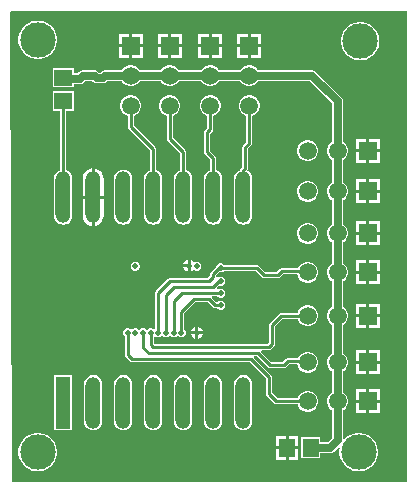
<source format=gtl>
G04*
G04 #@! TF.GenerationSoftware,Altium Limited,Altium Designer,23.0.1 (38)*
G04*
G04 Layer_Physical_Order=1*
G04 Layer_Color=255*
%FSLAX25Y25*%
%MOIN*%
G70*
G04*
G04 #@! TF.SameCoordinates,7FA53B3A-F1D1-4194-8ECC-15494960791F*
G04*
G04*
G04 #@! TF.FilePolarity,Positive*
G04*
G01*
G75*
%ADD10C,0.01000*%
%ADD15R,0.05512X0.05906*%
%ADD16R,0.05000X0.17323*%
%ADD17O,0.05000X0.17323*%
%ADD18R,0.05906X0.05512*%
%ADD28C,0.02500*%
%ADD29R,0.05906X0.05906*%
%ADD30C,0.05906*%
%ADD31R,0.05906X0.05906*%
%ADD32C,0.02000*%
%ADD33C,0.11811*%
G36*
X331000Y254000D02*
X199270D01*
X198744Y410646D01*
X199097Y411000D01*
X331000Y411000D01*
Y254000D01*
D02*
G37*
%LPC*%
G36*
X282453Y403453D02*
X279000D01*
Y400000D01*
X282453D01*
Y403453D01*
D02*
G37*
G36*
X269453D02*
X266000D01*
Y400000D01*
X269453D01*
Y403453D01*
D02*
G37*
G36*
X255953D02*
X252500D01*
Y400000D01*
X255953D01*
Y403453D01*
D02*
G37*
G36*
X242953D02*
X239500D01*
Y400000D01*
X242953D01*
Y403453D01*
D02*
G37*
G36*
X278000D02*
X274547D01*
Y400000D01*
X278000D01*
Y403453D01*
D02*
G37*
G36*
X265000D02*
X261547D01*
Y400000D01*
X265000D01*
Y403453D01*
D02*
G37*
G36*
X251500D02*
X248047D01*
Y400000D01*
X251500D01*
Y403453D01*
D02*
G37*
G36*
X238500D02*
X235047D01*
Y400000D01*
X238500D01*
Y403453D01*
D02*
G37*
G36*
X282453Y399000D02*
X279000D01*
Y395547D01*
X282453D01*
Y399000D01*
D02*
G37*
G36*
X278000D02*
X274547D01*
Y395547D01*
X278000D01*
Y399000D01*
D02*
G37*
G36*
X269453D02*
X266000D01*
Y395547D01*
X269453D01*
Y399000D01*
D02*
G37*
G36*
X265000D02*
X261547D01*
Y395547D01*
X265000D01*
Y399000D01*
D02*
G37*
G36*
X255953D02*
X252500D01*
Y395547D01*
X255953D01*
Y399000D01*
D02*
G37*
G36*
X251500D02*
X248047D01*
Y395547D01*
X251500D01*
Y399000D01*
D02*
G37*
G36*
X242953D02*
X239500D01*
Y395547D01*
X242953D01*
Y399000D01*
D02*
G37*
G36*
X238500D02*
X235047D01*
Y395547D01*
X238500D01*
Y399000D01*
D02*
G37*
G36*
X208631Y407905D02*
X207369D01*
X206132Y407659D01*
X204966Y407176D01*
X203917Y406475D01*
X203025Y405583D01*
X202324Y404534D01*
X201841Y403368D01*
X201594Y402131D01*
Y400869D01*
X201841Y399632D01*
X202324Y398466D01*
X203025Y397417D01*
X203917Y396525D01*
X204966Y395824D01*
X206132Y395341D01*
X207369Y395094D01*
X208631D01*
X209868Y395341D01*
X211034Y395824D01*
X212083Y396525D01*
X212976Y397417D01*
X213677Y398466D01*
X214159Y399632D01*
X214405Y400869D01*
Y402131D01*
X214159Y403368D01*
X213677Y404534D01*
X212976Y405583D01*
X212083Y406475D01*
X211034Y407176D01*
X209868Y407659D01*
X208631Y407905D01*
D02*
G37*
G36*
X316131Y407406D02*
X314869D01*
X313632Y407159D01*
X312466Y406676D01*
X311417Y405975D01*
X310525Y405083D01*
X309823Y404034D01*
X309341Y402868D01*
X309095Y401631D01*
Y400369D01*
X309341Y399132D01*
X309823Y397966D01*
X310525Y396917D01*
X311417Y396024D01*
X312466Y395323D01*
X313632Y394841D01*
X314869Y394595D01*
X316131D01*
X317368Y394841D01*
X318534Y395323D01*
X319583Y396024D01*
X320476Y396917D01*
X321177Y397966D01*
X321659Y399132D01*
X321905Y400369D01*
Y401631D01*
X321659Y402868D01*
X321177Y404034D01*
X320476Y405083D01*
X319583Y405975D01*
X318534Y406676D01*
X317368Y407159D01*
X316131Y407406D01*
D02*
G37*
G36*
X278955Y392953D02*
X278045D01*
X277167Y392718D01*
X276380Y392263D01*
X275737Y391620D01*
X275543Y391284D01*
X268457D01*
X268263Y391620D01*
X267620Y392263D01*
X266833Y392718D01*
X265955Y392953D01*
X265045D01*
X264167Y392718D01*
X263380Y392263D01*
X262737Y391620D01*
X262543Y391284D01*
X254957D01*
X254763Y391620D01*
X254120Y392263D01*
X253333Y392718D01*
X252455Y392953D01*
X251545D01*
X250667Y392718D01*
X249880Y392263D01*
X249237Y391620D01*
X249043Y391284D01*
X241957D01*
X241763Y391620D01*
X241120Y392263D01*
X240333Y392718D01*
X239455Y392953D01*
X238545D01*
X237667Y392718D01*
X236880Y392263D01*
X236237Y391620D01*
X236043Y391284D01*
X230500D01*
X229817Y391148D01*
X229238Y390762D01*
X229238Y390762D01*
X229047Y390570D01*
X228453D01*
X228262Y390762D01*
X227683Y391148D01*
X227000Y391284D01*
X223000D01*
X222317Y391148D01*
X221738Y390762D01*
X221738Y390762D01*
X221261Y390284D01*
X219953D01*
Y392130D01*
X213047D01*
Y385618D01*
X219953D01*
Y386716D01*
X222000D01*
X222683Y386852D01*
X223262Y387238D01*
X223739Y387716D01*
X226261D01*
X226453Y387524D01*
X226453Y387524D01*
X227032Y387137D01*
X227714Y387001D01*
X229785D01*
X230468Y387137D01*
X231047Y387524D01*
X231239Y387716D01*
X236043D01*
X236237Y387380D01*
X236880Y386737D01*
X237667Y386282D01*
X238545Y386047D01*
X239455D01*
X240333Y386282D01*
X241120Y386737D01*
X241763Y387380D01*
X241957Y387716D01*
X249043D01*
X249237Y387380D01*
X249880Y386737D01*
X250667Y386282D01*
X251545Y386047D01*
X252455D01*
X253333Y386282D01*
X254120Y386737D01*
X254763Y387380D01*
X254957Y387716D01*
X262543D01*
X262737Y387380D01*
X263380Y386737D01*
X264167Y386282D01*
X265045Y386047D01*
X265955D01*
X266833Y386282D01*
X267620Y386737D01*
X268263Y387380D01*
X268457Y387716D01*
X275543D01*
X275737Y387380D01*
X276380Y386737D01*
X277167Y386282D01*
X278045Y386047D01*
X278955D01*
X279833Y386282D01*
X280620Y386737D01*
X281263Y387380D01*
X281457Y387716D01*
X298761D01*
X306216Y380261D01*
Y367457D01*
X305880Y367263D01*
X305237Y366620D01*
X304783Y365833D01*
X304547Y364955D01*
Y364045D01*
X304783Y363167D01*
X305237Y362380D01*
X305880Y361737D01*
X306216Y361543D01*
Y353957D01*
X305880Y353763D01*
X305237Y353120D01*
X304783Y352333D01*
X304547Y351455D01*
Y350545D01*
X304783Y349667D01*
X305237Y348880D01*
X305880Y348237D01*
X306216Y348043D01*
Y339957D01*
X305880Y339763D01*
X305237Y339120D01*
X304783Y338333D01*
X304547Y337455D01*
Y336545D01*
X304783Y335667D01*
X305237Y334880D01*
X305880Y334237D01*
X306216Y334043D01*
Y326957D01*
X305880Y326763D01*
X305237Y326120D01*
X304783Y325333D01*
X304547Y324455D01*
Y323545D01*
X304783Y322667D01*
X305237Y321880D01*
X305880Y321237D01*
X306216Y321043D01*
Y312457D01*
X305880Y312263D01*
X305237Y311620D01*
X304783Y310833D01*
X304547Y309955D01*
Y309045D01*
X304783Y308167D01*
X305237Y307380D01*
X305880Y306737D01*
X306216Y306543D01*
Y296957D01*
X305880Y296763D01*
X305237Y296120D01*
X304783Y295333D01*
X304547Y294455D01*
Y293545D01*
X304783Y292667D01*
X305237Y291880D01*
X305880Y291237D01*
X306216Y291043D01*
Y283957D01*
X305880Y283763D01*
X305237Y283120D01*
X304783Y282333D01*
X304547Y281455D01*
Y280545D01*
X304783Y279667D01*
X305237Y278880D01*
X305880Y278237D01*
X306216Y278043D01*
Y268739D01*
X304761Y267284D01*
X302256D01*
Y268953D01*
X295744D01*
Y262047D01*
X302256D01*
Y263716D01*
X305500D01*
X306183Y263851D01*
X306762Y264238D01*
X308316Y265792D01*
X308776Y265546D01*
X308594Y264631D01*
Y263369D01*
X308841Y262132D01*
X309324Y260966D01*
X310024Y259917D01*
X310917Y259025D01*
X311966Y258324D01*
X313132Y257841D01*
X314369Y257594D01*
X315631D01*
X316868Y257841D01*
X318034Y258324D01*
X319083Y259025D01*
X319975Y259917D01*
X320676Y260966D01*
X321159Y262132D01*
X321406Y263369D01*
Y264631D01*
X321159Y265868D01*
X320676Y267034D01*
X319975Y268083D01*
X319083Y268975D01*
X318034Y269676D01*
X316868Y270159D01*
X315631Y270406D01*
X314369D01*
X313132Y270159D01*
X311966Y269676D01*
X310917Y268975D01*
X310284Y268343D01*
X309784Y268550D01*
Y278043D01*
X310120Y278237D01*
X310763Y278880D01*
X311217Y279667D01*
X311453Y280545D01*
Y281455D01*
X311217Y282333D01*
X310763Y283120D01*
X310120Y283763D01*
X309784Y283957D01*
Y291043D01*
X310120Y291237D01*
X310763Y291880D01*
X311217Y292667D01*
X311453Y293545D01*
Y294455D01*
X311217Y295333D01*
X310763Y296120D01*
X310120Y296763D01*
X309784Y296957D01*
Y306543D01*
X310120Y306737D01*
X310763Y307380D01*
X311217Y308167D01*
X311453Y309045D01*
Y309955D01*
X311217Y310833D01*
X310763Y311620D01*
X310120Y312263D01*
X309784Y312457D01*
Y321043D01*
X310120Y321237D01*
X310763Y321880D01*
X311217Y322667D01*
X311453Y323545D01*
Y324455D01*
X311217Y325333D01*
X310763Y326120D01*
X310120Y326763D01*
X309784Y326957D01*
Y334043D01*
X310120Y334237D01*
X310763Y334880D01*
X311217Y335667D01*
X311453Y336545D01*
Y337455D01*
X311217Y338333D01*
X310763Y339120D01*
X310120Y339763D01*
X309784Y339957D01*
Y348043D01*
X310120Y348237D01*
X310763Y348880D01*
X311217Y349667D01*
X311453Y350545D01*
Y351455D01*
X311217Y352333D01*
X310763Y353120D01*
X310120Y353763D01*
X309784Y353957D01*
Y361543D01*
X310120Y361737D01*
X310763Y362380D01*
X311217Y363167D01*
X311453Y364045D01*
Y364955D01*
X311217Y365833D01*
X310763Y366620D01*
X310120Y367263D01*
X309784Y367457D01*
Y381000D01*
X309784Y381000D01*
X309648Y381683D01*
X309262Y382262D01*
X309262Y382262D01*
X300762Y390762D01*
X300183Y391148D01*
X299500Y391284D01*
X281457D01*
X281263Y391620D01*
X280620Y392263D01*
X279833Y392718D01*
X278955Y392953D01*
D02*
G37*
G36*
X321953Y368453D02*
X318500D01*
Y365000D01*
X321953D01*
Y368453D01*
D02*
G37*
G36*
X317500D02*
X314047D01*
Y365000D01*
X317500D01*
Y368453D01*
D02*
G37*
G36*
X298455Y367953D02*
X297545D01*
X296667Y367718D01*
X295880Y367263D01*
X295237Y366620D01*
X294782Y365833D01*
X294547Y364955D01*
Y364045D01*
X294782Y363167D01*
X295237Y362380D01*
X295880Y361737D01*
X296667Y361282D01*
X297545Y361047D01*
X298455D01*
X299333Y361282D01*
X300120Y361737D01*
X300763Y362380D01*
X301218Y363167D01*
X301453Y364045D01*
Y364955D01*
X301218Y365833D01*
X300763Y366620D01*
X300120Y367263D01*
X299333Y367718D01*
X298455Y367953D01*
D02*
G37*
G36*
X321953Y364000D02*
X318500D01*
Y360547D01*
X321953D01*
Y364000D01*
D02*
G37*
G36*
X317500D02*
X314047D01*
Y360547D01*
X317500D01*
Y364000D01*
D02*
G37*
G36*
X321953Y354953D02*
X318500D01*
Y351500D01*
X321953D01*
Y354953D01*
D02*
G37*
G36*
X317500D02*
X314047D01*
Y351500D01*
X317500D01*
Y354953D01*
D02*
G37*
G36*
X227000Y358626D02*
Y349500D01*
X230030D01*
Y355161D01*
X229910Y356075D01*
X229557Y356926D01*
X228996Y357658D01*
X228265Y358219D01*
X227414Y358571D01*
X227000Y358626D01*
D02*
G37*
G36*
X226000D02*
X225586Y358571D01*
X224735Y358219D01*
X224004Y357658D01*
X223443Y356926D01*
X223090Y356075D01*
X222970Y355161D01*
Y349500D01*
X226000D01*
Y358626D01*
D02*
G37*
G36*
X298455Y354453D02*
X297545D01*
X296667Y354218D01*
X295880Y353763D01*
X295237Y353120D01*
X294782Y352333D01*
X294547Y351455D01*
Y350545D01*
X294782Y349667D01*
X295237Y348880D01*
X295880Y348237D01*
X296667Y347782D01*
X297545Y347547D01*
X298455D01*
X299333Y347782D01*
X300120Y348237D01*
X300763Y348880D01*
X301218Y349667D01*
X301453Y350545D01*
Y351455D01*
X301218Y352333D01*
X300763Y353120D01*
X300120Y353763D01*
X299333Y354218D01*
X298455Y354453D01*
D02*
G37*
G36*
X321953Y350500D02*
X318500D01*
Y347047D01*
X321953D01*
Y350500D01*
D02*
G37*
G36*
X317500D02*
X314047D01*
Y347047D01*
X317500D01*
Y350500D01*
D02*
G37*
G36*
X278955Y382953D02*
X278045D01*
X277167Y382717D01*
X276380Y382263D01*
X275737Y381620D01*
X275283Y380833D01*
X275047Y379955D01*
Y379045D01*
X275283Y378167D01*
X275737Y377380D01*
X276380Y376737D01*
X277167Y376283D01*
X277480Y376199D01*
Y367422D01*
X276279Y366221D01*
X276058Y365890D01*
X275980Y365500D01*
Y358922D01*
X275779Y358721D01*
X275558Y358390D01*
X275480Y358000D01*
Y357986D01*
X274987Y357782D01*
X274360Y357301D01*
X273880Y356674D01*
X273577Y355945D01*
X273474Y355161D01*
Y342839D01*
X273577Y342055D01*
X273880Y341326D01*
X274360Y340699D01*
X274987Y340218D01*
X275717Y339916D01*
X276500Y339813D01*
X277283Y339916D01*
X278013Y340218D01*
X278640Y340699D01*
X279120Y341326D01*
X279423Y342055D01*
X279526Y342839D01*
Y355161D01*
X279423Y355945D01*
X279120Y356674D01*
X278640Y357301D01*
X278013Y357782D01*
X277922Y358081D01*
X277942Y358110D01*
X278020Y358500D01*
Y365078D01*
X279221Y366279D01*
X279442Y366610D01*
X279520Y367000D01*
Y376199D01*
X279833Y376283D01*
X280620Y376737D01*
X281263Y377380D01*
X281717Y378167D01*
X281953Y379045D01*
Y379955D01*
X281717Y380833D01*
X281263Y381620D01*
X280620Y382263D01*
X279833Y382717D01*
X278955Y382953D01*
D02*
G37*
G36*
X265955D02*
X265045D01*
X264167Y382717D01*
X263380Y382263D01*
X262737Y381620D01*
X262282Y380833D01*
X262047Y379955D01*
Y379045D01*
X262282Y378167D01*
X262737Y377380D01*
X263380Y376737D01*
X264167Y376283D01*
X264480Y376199D01*
Y372009D01*
X263779Y371307D01*
X263558Y370976D01*
X263480Y370586D01*
Y364000D01*
X263558Y363610D01*
X263779Y363279D01*
X265480Y361578D01*
Y357986D01*
X264987Y357782D01*
X264360Y357301D01*
X263879Y356674D01*
X263577Y355945D01*
X263474Y355161D01*
Y342839D01*
X263577Y342055D01*
X263879Y341326D01*
X264360Y340699D01*
X264987Y340218D01*
X265717Y339916D01*
X266500Y339813D01*
X267283Y339916D01*
X268013Y340218D01*
X268640Y340699D01*
X269121Y341326D01*
X269423Y342055D01*
X269526Y342839D01*
Y355161D01*
X269423Y355945D01*
X269121Y356674D01*
X268640Y357301D01*
X268013Y357782D01*
X267520Y357986D01*
Y362000D01*
X267442Y362390D01*
X267221Y362721D01*
X265520Y364422D01*
Y370164D01*
X266221Y370865D01*
X266442Y371196D01*
X266520Y371586D01*
Y376199D01*
X266833Y376283D01*
X267620Y376737D01*
X268263Y377380D01*
X268718Y378167D01*
X268953Y379045D01*
Y379955D01*
X268718Y380833D01*
X268263Y381620D01*
X267620Y382263D01*
X266833Y382717D01*
X265955Y382953D01*
D02*
G37*
G36*
X252455D02*
X251545D01*
X250667Y382717D01*
X249880Y382263D01*
X249237Y381620D01*
X248782Y380833D01*
X248547Y379955D01*
Y379045D01*
X248782Y378167D01*
X249237Y377380D01*
X249880Y376737D01*
X250667Y376283D01*
X250980Y376199D01*
Y368500D01*
X251058Y368110D01*
X251279Y367779D01*
X255480Y363578D01*
Y357986D01*
X254987Y357782D01*
X254360Y357301D01*
X253879Y356674D01*
X253577Y355945D01*
X253474Y355161D01*
Y342839D01*
X253577Y342055D01*
X253879Y341326D01*
X254360Y340699D01*
X254987Y340218D01*
X255717Y339916D01*
X256500Y339813D01*
X257283Y339916D01*
X258013Y340218D01*
X258640Y340699D01*
X259120Y341326D01*
X259423Y342055D01*
X259526Y342839D01*
Y355161D01*
X259423Y355945D01*
X259120Y356674D01*
X258640Y357301D01*
X258013Y357782D01*
X257520Y357986D01*
Y364000D01*
X257442Y364390D01*
X257221Y364721D01*
X253020Y368922D01*
Y376199D01*
X253333Y376283D01*
X254120Y376737D01*
X254763Y377380D01*
X255218Y378167D01*
X255453Y379045D01*
Y379955D01*
X255218Y380833D01*
X254763Y381620D01*
X254120Y382263D01*
X253333Y382717D01*
X252455Y382953D01*
D02*
G37*
G36*
X239455D02*
X238545D01*
X237667Y382717D01*
X236880Y382263D01*
X236237Y381620D01*
X235783Y380833D01*
X235547Y379955D01*
Y379045D01*
X235783Y378167D01*
X236237Y377380D01*
X236880Y376737D01*
X237667Y376283D01*
X237980Y376199D01*
Y372500D01*
X238058Y372110D01*
X238279Y371779D01*
X245480Y364578D01*
Y357986D01*
X244987Y357782D01*
X244360Y357301D01*
X243880Y356674D01*
X243577Y355945D01*
X243474Y355161D01*
Y342839D01*
X243577Y342055D01*
X243880Y341326D01*
X244360Y340699D01*
X244987Y340218D01*
X245717Y339916D01*
X246500Y339813D01*
X247283Y339916D01*
X248013Y340218D01*
X248640Y340699D01*
X249120Y341326D01*
X249423Y342055D01*
X249526Y342839D01*
Y355161D01*
X249423Y355945D01*
X249120Y356674D01*
X248640Y357301D01*
X248013Y357782D01*
X247520Y357986D01*
Y365000D01*
X247442Y365390D01*
X247221Y365721D01*
X240020Y372922D01*
Y376199D01*
X240333Y376283D01*
X241120Y376737D01*
X241763Y377380D01*
X242217Y378167D01*
X242453Y379045D01*
Y379955D01*
X242217Y380833D01*
X241763Y381620D01*
X241120Y382263D01*
X240333Y382717D01*
X239455Y382953D01*
D02*
G37*
G36*
X236500Y358187D02*
X235717Y358084D01*
X234987Y357782D01*
X234360Y357301D01*
X233879Y356674D01*
X233577Y355945D01*
X233474Y355161D01*
Y342839D01*
X233577Y342055D01*
X233879Y341326D01*
X234360Y340699D01*
X234987Y340218D01*
X235717Y339916D01*
X236500Y339813D01*
X237283Y339916D01*
X238013Y340218D01*
X238640Y340699D01*
X239121Y341326D01*
X239423Y342055D01*
X239526Y342839D01*
Y355161D01*
X239423Y355945D01*
X239121Y356674D01*
X238640Y357301D01*
X238013Y357782D01*
X237283Y358084D01*
X236500Y358187D01*
D02*
G37*
G36*
X219953Y384256D02*
X213047D01*
Y377744D01*
X215480D01*
Y357986D01*
X214987Y357782D01*
X214360Y357301D01*
X213879Y356674D01*
X213577Y355945D01*
X213474Y355161D01*
Y342839D01*
X213577Y342055D01*
X213879Y341326D01*
X214360Y340699D01*
X214987Y340218D01*
X215717Y339916D01*
X216500Y339813D01*
X217283Y339916D01*
X218013Y340218D01*
X218640Y340699D01*
X219121Y341326D01*
X219423Y342055D01*
X219526Y342839D01*
Y355161D01*
X219423Y355945D01*
X219121Y356674D01*
X218640Y357301D01*
X218013Y357782D01*
X217520Y357986D01*
Y377744D01*
X219953D01*
Y384256D01*
D02*
G37*
G36*
X230030Y348500D02*
X227000D01*
Y339374D01*
X227414Y339429D01*
X228265Y339781D01*
X228996Y340342D01*
X229557Y341073D01*
X229910Y341925D01*
X230030Y342839D01*
Y348500D01*
D02*
G37*
G36*
X226000D02*
X222970D01*
Y342839D01*
X223090Y341925D01*
X223443Y341073D01*
X224004Y340342D01*
X224735Y339781D01*
X225586Y339429D01*
X226000Y339374D01*
Y348500D01*
D02*
G37*
G36*
X321953Y340953D02*
X318500D01*
Y337500D01*
X321953D01*
Y340953D01*
D02*
G37*
G36*
X317500D02*
X314047D01*
Y337500D01*
X317500D01*
Y340953D01*
D02*
G37*
G36*
X298455Y340453D02*
X297545D01*
X296667Y340217D01*
X295880Y339763D01*
X295237Y339120D01*
X294782Y338333D01*
X294547Y337455D01*
Y336545D01*
X294782Y335667D01*
X295237Y334880D01*
X295880Y334237D01*
X296667Y333783D01*
X297545Y333547D01*
X298455D01*
X299333Y333783D01*
X300120Y334237D01*
X300763Y334880D01*
X301218Y335667D01*
X301453Y336545D01*
Y337455D01*
X301218Y338333D01*
X300763Y339120D01*
X300120Y339763D01*
X299333Y340217D01*
X298455Y340453D01*
D02*
G37*
G36*
X321953Y336500D02*
X318500D01*
Y333047D01*
X321953D01*
Y336500D01*
D02*
G37*
G36*
X317500D02*
X314047D01*
Y333047D01*
X317500D01*
Y336500D01*
D02*
G37*
G36*
X257957Y328178D02*
X257324Y327916D01*
X256761Y327353D01*
X256499Y326720D01*
X257957D01*
Y328178D01*
D02*
G37*
G36*
X321953Y327953D02*
X318500D01*
Y324500D01*
X321953D01*
Y327953D01*
D02*
G37*
G36*
X258957Y328178D02*
Y326220D01*
Y324263D01*
X259590Y324525D01*
X259972Y324907D01*
X260150Y324728D01*
X260702Y324500D01*
X261298D01*
X261850Y324728D01*
X262272Y325150D01*
X262500Y325702D01*
Y326298D01*
X262272Y326850D01*
X261850Y327272D01*
X261298Y327500D01*
X260702D01*
X260181Y327284D01*
X260152Y327353D01*
X259590Y327916D01*
X258957Y328178D01*
D02*
G37*
G36*
X240798Y327500D02*
X240202D01*
X239650Y327272D01*
X239228Y326850D01*
X239000Y326298D01*
Y325702D01*
X239228Y325150D01*
X239650Y324728D01*
X240202Y324500D01*
X240798D01*
X241350Y324728D01*
X241772Y325150D01*
X242000Y325702D01*
Y326298D01*
X241772Y326850D01*
X241350Y327272D01*
X240798Y327500D01*
D02*
G37*
G36*
X317500Y327953D02*
X314047D01*
Y324500D01*
X317500D01*
Y327953D01*
D02*
G37*
G36*
X257957Y325721D02*
X256499D01*
X256761Y325088D01*
X257324Y324525D01*
X257957Y324263D01*
Y325721D01*
D02*
G37*
G36*
X298455Y327453D02*
X297545D01*
X296667Y327218D01*
X295880Y326763D01*
X295237Y326120D01*
X294890Y325520D01*
X289500D01*
X289110Y325442D01*
X288779Y325221D01*
X287578Y324020D01*
X283922D01*
X281721Y326221D01*
X281390Y326442D01*
X281000Y326520D01*
X270102D01*
X269850Y326772D01*
X269298Y327000D01*
X268702D01*
X268150Y326772D01*
X267728Y326350D01*
X267540Y325896D01*
X267279Y325721D01*
X265779Y324221D01*
X265558Y323890D01*
X265480Y323500D01*
Y322922D01*
X264578Y322020D01*
X252000D01*
X251610Y321942D01*
X251279Y321721D01*
X247499Y317941D01*
X247278Y317611D01*
X247201Y317220D01*
Y305068D01*
X246718Y304849D01*
X246614Y304948D01*
X246511Y305051D01*
X245960Y305279D01*
X245363D01*
X244812Y305051D01*
X244708Y304948D01*
X244382Y304637D01*
X244055Y304948D01*
X243952Y305051D01*
X243401Y305279D01*
X242804D01*
X242253Y305051D01*
X242149Y304948D01*
X241823Y304637D01*
X241496Y304948D01*
X241393Y305051D01*
X240842Y305279D01*
X240245D01*
X239694Y305051D01*
X239590Y304948D01*
X239264Y304637D01*
X238937Y304948D01*
X238834Y305051D01*
X238283Y305279D01*
X237686D01*
X237135Y305051D01*
X236713Y304629D01*
X236484Y304078D01*
Y303481D01*
X236713Y302930D01*
X236965Y302678D01*
Y296516D01*
X237042Y296126D01*
X237263Y295795D01*
X238779Y294279D01*
X239110Y294058D01*
X239500Y293980D01*
X278578D01*
X283980Y288578D01*
Y283500D01*
X284058Y283110D01*
X284279Y282779D01*
X286779Y280279D01*
X287110Y280058D01*
X287500Y279980D01*
X294699D01*
X294782Y279667D01*
X295237Y278880D01*
X295880Y278237D01*
X296667Y277783D01*
X297545Y277547D01*
X298455D01*
X299333Y277783D01*
X300120Y278237D01*
X300763Y278880D01*
X301218Y279667D01*
X301453Y280545D01*
Y281455D01*
X301218Y282333D01*
X300763Y283120D01*
X300120Y283763D01*
X299333Y284218D01*
X298455Y284453D01*
X297545D01*
X296667Y284218D01*
X295880Y283763D01*
X295237Y283120D01*
X294782Y282333D01*
X294699Y282020D01*
X287922D01*
X286020Y283922D01*
Y289000D01*
X285942Y289390D01*
X285721Y289721D01*
X279961Y295480D01*
X280169Y295980D01*
X281078D01*
X284779Y292279D01*
X285110Y292058D01*
X285500Y291980D01*
X290000D01*
X290390Y292058D01*
X290721Y292279D01*
X291922Y293480D01*
X294565D01*
X294782Y292667D01*
X295237Y291880D01*
X295880Y291237D01*
X296667Y290782D01*
X297545Y290547D01*
X298455D01*
X299333Y290782D01*
X300120Y291237D01*
X300763Y291880D01*
X301218Y292667D01*
X301453Y293545D01*
Y294455D01*
X301218Y295333D01*
X300763Y296120D01*
X300120Y296763D01*
X299333Y297217D01*
X298455Y297453D01*
X297545D01*
X296667Y297217D01*
X295880Y296763D01*
X295237Y296120D01*
X294890Y295520D01*
X291500D01*
X291110Y295442D01*
X290779Y295221D01*
X289578Y294020D01*
X285922D01*
X282462Y297480D01*
X282669Y297980D01*
X285000D01*
X285390Y298058D01*
X285721Y298279D01*
X286721Y299279D01*
X286942Y299610D01*
X287020Y300000D01*
Y306078D01*
X289422Y308480D01*
X294699D01*
X294782Y308167D01*
X295237Y307380D01*
X295880Y306737D01*
X296667Y306282D01*
X297545Y306047D01*
X298455D01*
X299333Y306282D01*
X300120Y306737D01*
X300763Y307380D01*
X301218Y308167D01*
X301453Y309045D01*
Y309955D01*
X301218Y310833D01*
X300763Y311620D01*
X300120Y312263D01*
X299333Y312718D01*
X298455Y312953D01*
X297545D01*
X296667Y312718D01*
X295880Y312263D01*
X295237Y311620D01*
X294782Y310833D01*
X294699Y310520D01*
X289000D01*
X288610Y310442D01*
X288279Y310221D01*
X285279Y307221D01*
X285058Y306890D01*
X284980Y306500D01*
Y300422D01*
X284578Y300020D01*
X246922D01*
X246681Y300261D01*
Y302491D01*
X247164Y302710D01*
X247268Y302611D01*
X247371Y302508D01*
X247922Y302279D01*
X248519D01*
X249070Y302508D01*
X249173Y302611D01*
X249500Y302922D01*
X249827Y302611D01*
X249930Y302508D01*
X250481Y302279D01*
X251078D01*
X251629Y302508D01*
X251732Y302611D01*
X252059Y302922D01*
X252386Y302611D01*
X252489Y302508D01*
X253040Y302279D01*
X253637D01*
X254188Y302508D01*
X254292Y302611D01*
X254618Y302922D01*
X254945Y302611D01*
X255048Y302508D01*
X255599Y302279D01*
X256196D01*
X256747Y302508D01*
X257169Y302930D01*
X257398Y303481D01*
Y304078D01*
X257169Y304629D01*
X256917Y304881D01*
Y310475D01*
X260422Y313980D01*
X264578D01*
X266279Y312279D01*
X266610Y312058D01*
X267000Y311980D01*
X267898D01*
X268150Y311728D01*
X268702Y311500D01*
X269298D01*
X269850Y311728D01*
X270272Y312150D01*
X270500Y312702D01*
Y313298D01*
X270272Y313850D01*
X269850Y314272D01*
X269298Y314500D01*
X268702D01*
X268150Y314272D01*
X267898Y314020D01*
X267422D01*
X265962Y315480D01*
X266169Y315980D01*
X267898D01*
X268150Y315728D01*
X268702Y315500D01*
X269298D01*
X269850Y315728D01*
X270272Y316150D01*
X270500Y316702D01*
Y317298D01*
X270272Y317850D01*
X269850Y318272D01*
X269298Y318500D01*
X268702D01*
X268150Y318272D01*
X268119Y318240D01*
X267924Y318275D01*
X267756Y318814D01*
X268518Y319576D01*
X268702Y319500D01*
X269298D01*
X269850Y319728D01*
X270272Y320150D01*
X270500Y320702D01*
Y321298D01*
X270272Y321850D01*
X269850Y322272D01*
X269298Y322500D01*
X268702D01*
X268150Y322272D01*
X267943Y322064D01*
X267482Y322310D01*
X267520Y322500D01*
Y323078D01*
X268422Y323980D01*
X268500D01*
X268668Y324014D01*
X268702Y324000D01*
X269298D01*
X269850Y324228D01*
X270102Y324480D01*
X280578D01*
X282779Y322279D01*
X283110Y322058D01*
X283500Y321980D01*
X288000D01*
X288390Y322058D01*
X288721Y322279D01*
X289922Y323480D01*
X294565D01*
X294782Y322667D01*
X295237Y321880D01*
X295880Y321237D01*
X296667Y320782D01*
X297545Y320547D01*
X298455D01*
X299333Y320782D01*
X300120Y321237D01*
X300763Y321880D01*
X301218Y322667D01*
X301453Y323545D01*
Y324455D01*
X301218Y325333D01*
X300763Y326120D01*
X300120Y326763D01*
X299333Y327218D01*
X298455Y327453D01*
D02*
G37*
G36*
X321953Y323500D02*
X318500D01*
Y320047D01*
X321953D01*
Y323500D01*
D02*
G37*
G36*
X317500D02*
X314047D01*
Y320047D01*
X317500D01*
Y323500D01*
D02*
G37*
G36*
X321953Y313453D02*
X318500D01*
Y310000D01*
X321953D01*
Y313453D01*
D02*
G37*
G36*
X317500D02*
X314047D01*
Y310000D01*
X317500D01*
Y313453D01*
D02*
G37*
G36*
X321953Y309000D02*
X318500D01*
Y305547D01*
X321953D01*
Y309000D01*
D02*
G37*
G36*
X317500D02*
X314047D01*
Y305547D01*
X317500D01*
Y309000D01*
D02*
G37*
G36*
X261516Y305737D02*
Y304279D01*
X262973D01*
X262711Y304912D01*
X262149Y305475D01*
X261516Y305737D01*
D02*
G37*
G36*
X260516D02*
X259883Y305475D01*
X259320Y304912D01*
X259058Y304279D01*
X260516D01*
Y305737D01*
D02*
G37*
G36*
X262973Y303279D02*
X261516D01*
Y301822D01*
X262149Y302084D01*
X262711Y302647D01*
X262973Y303279D01*
D02*
G37*
G36*
X260516D02*
X259058D01*
X259320Y302647D01*
X259883Y302084D01*
X260516Y301822D01*
Y303279D01*
D02*
G37*
G36*
X321953Y297953D02*
X318500D01*
Y294500D01*
X321953D01*
Y297953D01*
D02*
G37*
G36*
X317500D02*
X314047D01*
Y294500D01*
X317500D01*
Y297953D01*
D02*
G37*
G36*
X321953Y293500D02*
X318500D01*
Y290047D01*
X321953D01*
Y293500D01*
D02*
G37*
G36*
X317500D02*
X314047D01*
Y290047D01*
X317500D01*
Y293500D01*
D02*
G37*
G36*
X321953Y284953D02*
X318500D01*
Y281500D01*
X321953D01*
Y284953D01*
D02*
G37*
G36*
X317500D02*
X314047D01*
Y281500D01*
X317500D01*
Y284953D01*
D02*
G37*
G36*
X321953Y280500D02*
X318500D01*
Y277047D01*
X321953D01*
Y280500D01*
D02*
G37*
G36*
X317500D02*
X314047D01*
Y277047D01*
X317500D01*
Y280500D01*
D02*
G37*
G36*
X219500Y289661D02*
X213500D01*
Y271339D01*
X219500D01*
Y289661D01*
D02*
G37*
G36*
X276500Y289687D02*
X275717Y289584D01*
X274987Y289282D01*
X274360Y288801D01*
X273880Y288174D01*
X273577Y287445D01*
X273474Y286661D01*
Y274339D01*
X273577Y273555D01*
X273880Y272826D01*
X274360Y272199D01*
X274987Y271718D01*
X275717Y271416D01*
X276500Y271313D01*
X277283Y271416D01*
X278013Y271718D01*
X278640Y272199D01*
X279120Y272826D01*
X279423Y273555D01*
X279526Y274339D01*
Y286661D01*
X279423Y287445D01*
X279120Y288174D01*
X278640Y288801D01*
X278013Y289282D01*
X277283Y289584D01*
X276500Y289687D01*
D02*
G37*
G36*
X266500D02*
X265717Y289584D01*
X264987Y289282D01*
X264360Y288801D01*
X263879Y288174D01*
X263577Y287445D01*
X263474Y286661D01*
Y274339D01*
X263577Y273555D01*
X263879Y272826D01*
X264360Y272199D01*
X264987Y271718D01*
X265717Y271416D01*
X266500Y271313D01*
X267283Y271416D01*
X268013Y271718D01*
X268640Y272199D01*
X269121Y272826D01*
X269423Y273555D01*
X269526Y274339D01*
Y286661D01*
X269423Y287445D01*
X269121Y288174D01*
X268640Y288801D01*
X268013Y289282D01*
X267283Y289584D01*
X266500Y289687D01*
D02*
G37*
G36*
X256500D02*
X255717Y289584D01*
X254987Y289282D01*
X254360Y288801D01*
X253879Y288174D01*
X253577Y287445D01*
X253474Y286661D01*
Y274339D01*
X253577Y273555D01*
X253879Y272826D01*
X254360Y272199D01*
X254987Y271718D01*
X255717Y271416D01*
X256500Y271313D01*
X257283Y271416D01*
X258013Y271718D01*
X258640Y272199D01*
X259120Y272826D01*
X259423Y273555D01*
X259526Y274339D01*
Y286661D01*
X259423Y287445D01*
X259120Y288174D01*
X258640Y288801D01*
X258013Y289282D01*
X257283Y289584D01*
X256500Y289687D01*
D02*
G37*
G36*
X246500D02*
X245717Y289584D01*
X244987Y289282D01*
X244360Y288801D01*
X243880Y288174D01*
X243577Y287445D01*
X243474Y286661D01*
Y274339D01*
X243577Y273555D01*
X243880Y272826D01*
X244360Y272199D01*
X244987Y271718D01*
X245717Y271416D01*
X246500Y271313D01*
X247283Y271416D01*
X248013Y271718D01*
X248640Y272199D01*
X249120Y272826D01*
X249423Y273555D01*
X249526Y274339D01*
Y286661D01*
X249423Y287445D01*
X249120Y288174D01*
X248640Y288801D01*
X248013Y289282D01*
X247283Y289584D01*
X246500Y289687D01*
D02*
G37*
G36*
X236500D02*
X235717Y289584D01*
X234987Y289282D01*
X234360Y288801D01*
X233879Y288174D01*
X233577Y287445D01*
X233474Y286661D01*
Y274339D01*
X233577Y273555D01*
X233879Y272826D01*
X234360Y272199D01*
X234987Y271718D01*
X235717Y271416D01*
X236500Y271313D01*
X237283Y271416D01*
X238013Y271718D01*
X238640Y272199D01*
X239121Y272826D01*
X239423Y273555D01*
X239526Y274339D01*
Y286661D01*
X239423Y287445D01*
X239121Y288174D01*
X238640Y288801D01*
X238013Y289282D01*
X237283Y289584D01*
X236500Y289687D01*
D02*
G37*
G36*
X226500D02*
X225717Y289584D01*
X224987Y289282D01*
X224360Y288801D01*
X223880Y288174D01*
X223577Y287445D01*
X223474Y286661D01*
Y274339D01*
X223577Y273555D01*
X223880Y272826D01*
X224360Y272199D01*
X224987Y271718D01*
X225717Y271416D01*
X226500Y271313D01*
X227283Y271416D01*
X228013Y271718D01*
X228640Y272199D01*
X229120Y272826D01*
X229423Y273555D01*
X229526Y274339D01*
Y286661D01*
X229423Y287445D01*
X229120Y288174D01*
X228640Y288801D01*
X228013Y289282D01*
X227283Y289584D01*
X226500Y289687D01*
D02*
G37*
G36*
X294882Y269453D02*
X291626D01*
Y266000D01*
X294882D01*
Y269453D01*
D02*
G37*
G36*
X290626D02*
X287370D01*
Y266000D01*
X290626D01*
Y269453D01*
D02*
G37*
G36*
X294882Y265000D02*
X291626D01*
Y261547D01*
X294882D01*
Y265000D01*
D02*
G37*
G36*
X290626D02*
X287370D01*
Y261547D01*
X290626D01*
Y265000D01*
D02*
G37*
G36*
X208631Y270406D02*
X207369D01*
X206132Y270159D01*
X204966Y269676D01*
X203917Y268975D01*
X203025Y268083D01*
X202324Y267034D01*
X201841Y265868D01*
X201594Y264631D01*
Y263369D01*
X201841Y262132D01*
X202324Y260966D01*
X203025Y259917D01*
X203917Y259025D01*
X204966Y258324D01*
X206132Y257841D01*
X207369Y257594D01*
X208631D01*
X209868Y257841D01*
X211034Y258324D01*
X212083Y259025D01*
X212976Y259917D01*
X213677Y260966D01*
X214159Y262132D01*
X214405Y263369D01*
Y264631D01*
X214159Y265868D01*
X213677Y267034D01*
X212976Y268083D01*
X212083Y268975D01*
X211034Y269676D01*
X209868Y270159D01*
X208631Y270406D01*
D02*
G37*
%LPD*%
D10*
X285000Y283500D02*
X287500Y281000D01*
X298000D01*
X285000Y283500D02*
Y289000D01*
X297500Y294500D02*
X298000Y294000D01*
X291500Y294500D02*
X297500D01*
X290000Y293000D02*
X291500Y294500D01*
X285500Y293000D02*
X290000D01*
X286000Y306500D02*
X289000Y309500D01*
X298000D01*
X297500Y324500D02*
X298000Y324000D01*
X289500Y324500D02*
X297500D01*
X288000Y323000D02*
X289500Y324500D01*
X283500Y323000D02*
X288000D01*
X216000Y349000D02*
X216500Y349500D01*
Y381000D01*
X264500Y364000D02*
Y370586D01*
X265500Y371586D02*
Y379500D01*
X264500Y370586D02*
X265500Y371586D01*
X264500Y364000D02*
X266500Y362000D01*
Y349500D02*
Y362000D01*
X276500Y349000D02*
Y358000D01*
X277000Y358500D01*
Y365500D01*
X278500Y367000D01*
Y379500D01*
X256500Y349000D02*
Y364000D01*
X252000Y368500D02*
X256500Y364000D01*
X252000Y368500D02*
Y379500D01*
X246500Y349000D02*
Y365000D01*
Y348500D02*
Y349000D01*
X239000Y372500D02*
X246500Y365000D01*
X239000Y372500D02*
Y379500D01*
X269000Y325500D02*
X281000D01*
X283500Y323000D01*
X268000Y325000D02*
X268500D01*
X266500Y323500D02*
X268000Y325000D01*
X266500Y322500D02*
Y323500D01*
X265000Y321000D02*
X266500Y322500D01*
X268500Y321000D02*
X269000D01*
X266500Y319000D02*
X268500Y321000D01*
X253500Y319000D02*
X266500D01*
X256000Y317000D02*
X269000D01*
X267000Y313000D02*
X269000D01*
X265000Y315000D02*
X267000Y313000D01*
X248220Y303780D02*
Y317220D01*
X252000Y321000D02*
X265000D01*
X248220Y317220D02*
X252000Y321000D01*
X260000Y315000D02*
X265000D01*
X255898Y303780D02*
Y310898D01*
X260000Y315000D01*
X253339Y303780D02*
Y314339D01*
X256000Y317000D01*
X250780Y316280D02*
X253500Y319000D01*
X250780Y303780D02*
Y316280D01*
X286000Y300000D02*
Y306500D01*
X285000Y299000D02*
X286000Y300000D01*
X246500Y299000D02*
X285000D01*
X245661Y299839D02*
X246500Y299000D01*
X245661Y299839D02*
Y303780D01*
X245000Y297000D02*
X281500D01*
X285500Y293000D01*
X243102Y298898D02*
X245000Y297000D01*
X243102Y298898D02*
Y303780D01*
X279000Y295000D02*
X285000Y289000D01*
X239500Y295000D02*
X279000D01*
X237984Y296516D02*
Y303780D01*
Y296516D02*
X239500Y295000D01*
D15*
X299000Y265500D02*
D03*
X291126D02*
D03*
D16*
X216500Y280500D02*
D03*
D17*
X226500D02*
D03*
X236500D02*
D03*
X246500D02*
D03*
X256500D02*
D03*
X266500D02*
D03*
X276500D02*
D03*
Y349000D02*
D03*
X266500D02*
D03*
X256500D02*
D03*
X246500D02*
D03*
X236500D02*
D03*
X226500D02*
D03*
X216500D02*
D03*
D18*
Y381000D02*
D03*
Y388874D02*
D03*
D28*
X229785Y388786D02*
X230500Y389500D01*
X219500Y388500D02*
X222000D01*
X223000Y389500D01*
X227000D01*
X227714Y388786D01*
X229785D01*
X305500Y265500D02*
X308000Y268000D01*
X299000Y265500D02*
X305500D01*
X299000D02*
X299500Y266000D01*
X308000Y268000D02*
Y281000D01*
Y364500D02*
Y381000D01*
Y351000D02*
Y364500D01*
Y337000D02*
Y351000D01*
Y324000D02*
Y337000D01*
Y309500D02*
Y324000D01*
Y294000D02*
Y309500D01*
Y281000D02*
Y294000D01*
X299500Y389500D02*
X308000Y381000D01*
X278500Y389500D02*
X299500D01*
X265500D02*
X278500D01*
X252000D02*
X265500D01*
X239000D02*
X252000D01*
X230500D02*
X239000D01*
D29*
X318000Y337000D02*
D03*
Y324000D02*
D03*
Y351000D02*
D03*
Y281000D02*
D03*
Y309500D02*
D03*
Y294000D02*
D03*
Y364500D02*
D03*
D30*
X308000Y337000D02*
D03*
X298000D02*
D03*
X308000Y324000D02*
D03*
X298000D02*
D03*
X308000Y351000D02*
D03*
X298000D02*
D03*
X308000Y281000D02*
D03*
X298000D02*
D03*
X308000Y309500D02*
D03*
X298000D02*
D03*
X308000Y294000D02*
D03*
X298000D02*
D03*
X308000Y364500D02*
D03*
X298000D02*
D03*
X278500Y389500D02*
D03*
Y379500D02*
D03*
X265500Y389500D02*
D03*
Y379500D02*
D03*
X252000Y389500D02*
D03*
Y379500D02*
D03*
X239000Y389500D02*
D03*
Y379500D02*
D03*
D31*
X278500Y399500D02*
D03*
X265500D02*
D03*
X252000D02*
D03*
X239000D02*
D03*
D32*
X258457Y326220D02*
D03*
X261000Y326000D02*
D03*
X240500D02*
D03*
X269000Y325500D02*
D03*
Y321000D02*
D03*
Y317000D02*
D03*
Y313000D02*
D03*
X248220Y303780D02*
D03*
X255898D02*
D03*
X250780D02*
D03*
X253339D02*
D03*
X261016D02*
D03*
X240543D02*
D03*
X237984D02*
D03*
X243102D02*
D03*
X245661D02*
D03*
X216000Y349000D02*
D03*
X226500D02*
D03*
X236000D02*
D03*
X246500Y348500D02*
D03*
X256500Y349000D02*
D03*
X266500Y349500D02*
D03*
X276500Y280500D02*
D03*
X266500D02*
D03*
X256500D02*
D03*
X246500D02*
D03*
X236500D02*
D03*
X226500D02*
D03*
X216000D02*
D03*
D33*
X315000Y264000D02*
D03*
X208000D02*
D03*
Y401500D02*
D03*
X315500Y401000D02*
D03*
M02*

</source>
